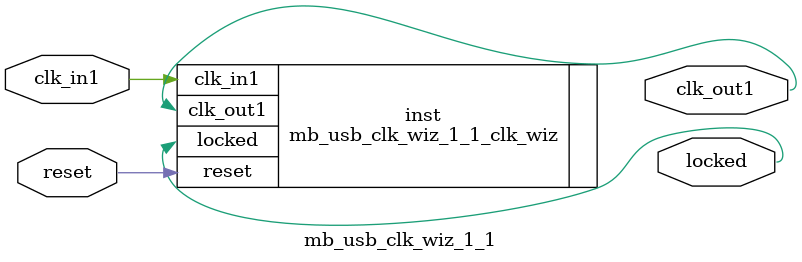
<source format=v>


`timescale 1ps/1ps

(* CORE_GENERATION_INFO = "mb_usb_clk_wiz_1_1,clk_wiz_v6_0_11_0_0,{component_name=mb_usb_clk_wiz_1_1,use_phase_alignment=true,use_min_o_jitter=false,use_max_i_jitter=false,use_dyn_phase_shift=false,use_inclk_switchover=false,use_dyn_reconfig=false,enable_axi=0,feedback_source=FDBK_AUTO,PRIMITIVE=MMCM,num_out_clk=1,clkin1_period=10.000,clkin2_period=10.000,use_power_down=false,use_reset=true,use_locked=true,use_inclk_stopped=false,feedback_type=SINGLE,CLOCK_MGR_TYPE=NA,manual_override=false}" *)

module mb_usb_clk_wiz_1_1 
 (
  // Clock out ports
  output        clk_out1,
  // Status and control signals
  input         reset,
  output        locked,
 // Clock in ports
  input         clk_in1
 );

  mb_usb_clk_wiz_1_1_clk_wiz inst
  (
  // Clock out ports  
  .clk_out1(clk_out1),
  // Status and control signals               
  .reset(reset), 
  .locked(locked),
 // Clock in ports
  .clk_in1(clk_in1)
  );

endmodule

</source>
